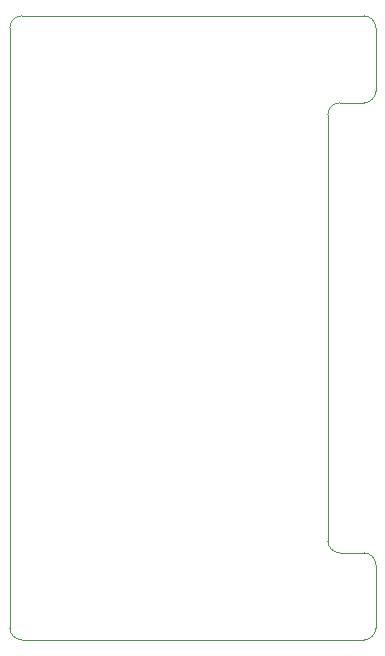
<source format=gm1>
%TF.GenerationSoftware,KiCad,Pcbnew,8.0.1*%
%TF.CreationDate,2024-03-27T16:26:59+11:00*%
%TF.ProjectId,Breadboard Power Supply,42726561-6462-46f6-9172-6420506f7765,rev?*%
%TF.SameCoordinates,Original*%
%TF.FileFunction,Profile,NP*%
%FSLAX46Y46*%
G04 Gerber Fmt 4.6, Leading zero omitted, Abs format (unit mm)*
G04 Created by KiCad (PCBNEW 8.0.1) date 2024-03-27 16:26:59*
%MOMM*%
%LPD*%
G01*
G04 APERTURE LIST*
%TA.AperFunction,Profile*%
%ADD10C,0.100000*%
%TD*%
G04 APERTURE END LIST*
D10*
X115570000Y-68834000D02*
G75*
G02*
X116586000Y-69850000I0J-1016000D01*
G01*
X116586000Y-75184000D02*
G75*
G02*
X115570000Y-76200000I-1016000J0D01*
G01*
X112522000Y-77216000D02*
G75*
G02*
X113538000Y-76200000I1016000J0D01*
G01*
X113538000Y-114300000D02*
G75*
G02*
X112522000Y-113284000I0J1016000D01*
G01*
X115570000Y-114300000D02*
G75*
G02*
X116586000Y-115316000I0J-1016000D01*
G01*
X116586000Y-120650000D02*
G75*
G02*
X115570000Y-121666000I-1016000J0D01*
G01*
X86614000Y-121666000D02*
G75*
G02*
X85598000Y-120650000I0J1016000D01*
G01*
X85598000Y-69850000D02*
G75*
G02*
X86614000Y-68834000I1016000J0D01*
G01*
X116586000Y-75184000D02*
X116586000Y-69850000D01*
X113538000Y-76200000D02*
X115570000Y-76200000D01*
X112522000Y-113284000D02*
X112522000Y-77216000D01*
X115570000Y-114300000D02*
X113538000Y-114300000D01*
X116586000Y-120650000D02*
X116586000Y-115316000D01*
X86614000Y-121666000D02*
X115570000Y-121666000D01*
X85598000Y-69850000D02*
X85598000Y-120650000D01*
X87630000Y-68834000D02*
X86614000Y-68834000D01*
X94742000Y-68834000D02*
X87630000Y-68834000D01*
X115570000Y-68834000D02*
X94742000Y-68834000D01*
M02*

</source>
